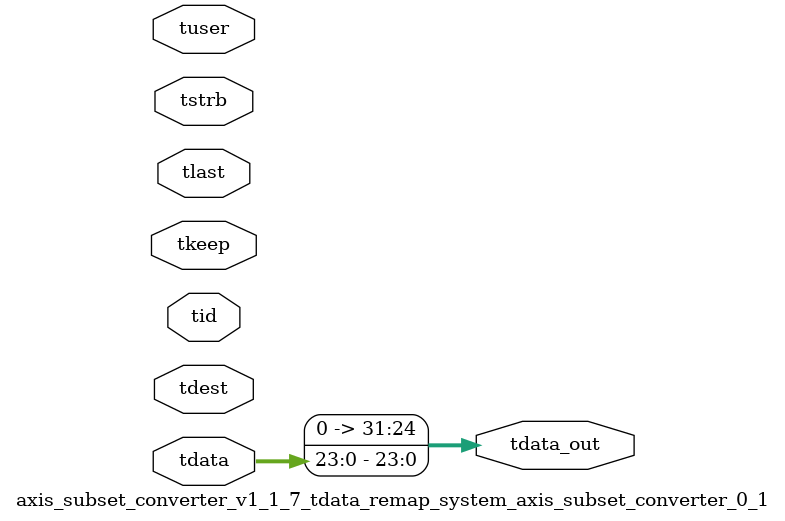
<source format=v>


`timescale 1ps/1ps

module axis_subset_converter_v1_1_7_tdata_remap_system_axis_subset_converter_0_1 #
(
parameter C_S_AXIS_TDATA_WIDTH = 32,
parameter C_S_AXIS_TUSER_WIDTH = 0,
parameter C_S_AXIS_TID_WIDTH   = 0,
parameter C_S_AXIS_TDEST_WIDTH = 0,
parameter C_M_AXIS_TDATA_WIDTH = 32
)
(
input  [(C_S_AXIS_TDATA_WIDTH == 0 ? 1 : C_S_AXIS_TDATA_WIDTH)-1:0     ] tdata,
input  [(C_S_AXIS_TUSER_WIDTH == 0 ? 1 : C_S_AXIS_TUSER_WIDTH)-1:0     ] tuser,
input  [(C_S_AXIS_TID_WIDTH   == 0 ? 1 : C_S_AXIS_TID_WIDTH)-1:0       ] tid,
input  [(C_S_AXIS_TDEST_WIDTH == 0 ? 1 : C_S_AXIS_TDEST_WIDTH)-1:0     ] tdest,
input  [(C_S_AXIS_TDATA_WIDTH/8)-1:0 ] tkeep,
input  [(C_S_AXIS_TDATA_WIDTH/8)-1:0 ] tstrb,
input                                                                    tlast,
output [C_M_AXIS_TDATA_WIDTH-1:0] tdata_out
);

assign tdata_out = {tdata[23:0]};

endmodule


</source>
